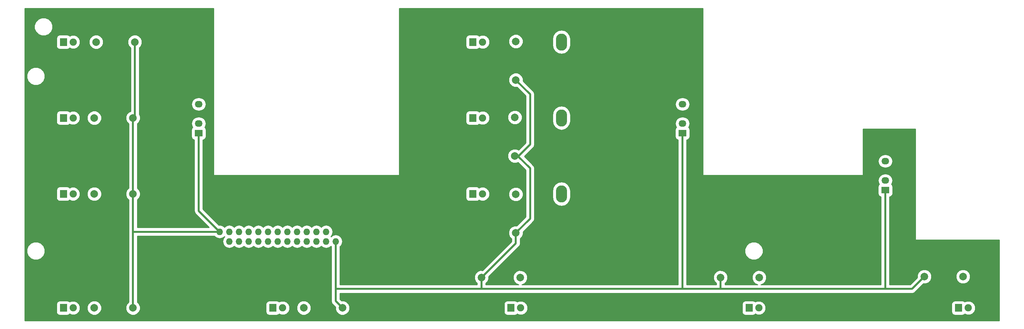
<source format=gbl>
G04 #@! TF.FileFunction,Copper,L2,Bot,Signal*
%FSLAX46Y46*%
G04 Gerber Fmt 4.6, Leading zero omitted, Abs format (unit mm)*
G04 Created by KiCad (PCBNEW no-vcs-found-product) date Mo 29 Aug 2016 16:25:23 CEST*
%MOMM*%
G01*
G04 APERTURE LIST*
%ADD10C,0.100000*%
%ADD11R,1.900000X2.000000*%
%ADD12C,1.900000*%
%ADD13C,1.998980*%
%ADD14O,2.900000X4.500000*%
%ADD15R,1.727200X1.727200*%
%ADD16O,1.727200X1.727200*%
%ADD17R,2.032000X1.727200*%
%ADD18O,2.032000X1.727200*%
%ADD19C,0.500000*%
%ADD20C,0.254000*%
G04 APERTURE END LIST*
D10*
D11*
X86250000Y-120000000D03*
D12*
X88790000Y-120000000D03*
D11*
X31250000Y-50000000D03*
D12*
X33790000Y-50000000D03*
D11*
X31250000Y-70000000D03*
D12*
X33790000Y-70000000D03*
D11*
X31250000Y-90000000D03*
D12*
X33790000Y-90000000D03*
D11*
X31250000Y-120000000D03*
D12*
X33790000Y-120000000D03*
D11*
X138750000Y-50000000D03*
D12*
X141290000Y-50000000D03*
D11*
X138750000Y-70000000D03*
D12*
X141290000Y-70000000D03*
D11*
X138750000Y-90000000D03*
D12*
X141290000Y-90000000D03*
D11*
X148750000Y-120000000D03*
D12*
X151290000Y-120000000D03*
D11*
X211250000Y-120000000D03*
D12*
X213790000Y-120000000D03*
D11*
X266250000Y-120000000D03*
D12*
X268790000Y-120000000D03*
D13*
X104500000Y-120000000D03*
X94340000Y-120000000D03*
X50000000Y-50000000D03*
X39840000Y-50000000D03*
X49500000Y-70000000D03*
X39340000Y-70000000D03*
X49500000Y-90000000D03*
X39340000Y-90000000D03*
X49500000Y-120000000D03*
X39340000Y-120000000D03*
X150000000Y-60000000D03*
X150000000Y-49840000D03*
X149750000Y-80000000D03*
X149750000Y-69840000D03*
X150000000Y-100250000D03*
X150000000Y-90090000D03*
X141000000Y-112000000D03*
X151160000Y-112000000D03*
X203750000Y-112000000D03*
X213910000Y-112000000D03*
X257250000Y-111750000D03*
X267410000Y-111750000D03*
D14*
X162000000Y-50000000D03*
X158000000Y-50000000D03*
X162000000Y-70000000D03*
X158000000Y-70000000D03*
X162000000Y-90000000D03*
X158000000Y-90000000D03*
D15*
X72250000Y-102500000D03*
D16*
X72250000Y-99960000D03*
X74790000Y-102500000D03*
X74790000Y-99960000D03*
X77330000Y-102500000D03*
X77330000Y-99960000D03*
X79870000Y-102500000D03*
X79870000Y-99960000D03*
X82410000Y-102500000D03*
X82410000Y-99960000D03*
X84950000Y-102500000D03*
X84950000Y-99960000D03*
X87490000Y-102500000D03*
X87490000Y-99960000D03*
X90030000Y-102500000D03*
X90030000Y-99960000D03*
X92570000Y-102500000D03*
X92570000Y-99960000D03*
X95110000Y-102500000D03*
X95110000Y-99960000D03*
X97650000Y-102500000D03*
X97650000Y-99960000D03*
X100190000Y-102500000D03*
X100190000Y-99960000D03*
X102730000Y-102500000D03*
X102730000Y-99960000D03*
D17*
X193750000Y-74000000D03*
D18*
X193750000Y-71460000D03*
X193750000Y-68920000D03*
X193750000Y-66380000D03*
D17*
X247000000Y-89000000D03*
D18*
X247000000Y-86460000D03*
X247000000Y-83920000D03*
X247000000Y-81380000D03*
D17*
X66750000Y-74000000D03*
D18*
X66750000Y-71460000D03*
X66750000Y-68920000D03*
X66750000Y-66380000D03*
D19*
X66750000Y-74000000D02*
X66750000Y-94460000D01*
X66750000Y-94460000D02*
X72250000Y-99960000D01*
X193750000Y-74000000D02*
X193750000Y-115000000D01*
X193750000Y-115000000D02*
X193750000Y-114750000D01*
X193750000Y-114750000D02*
X193750000Y-115000000D01*
X149750000Y-80000000D02*
X150750000Y-80000000D01*
X153750000Y-63750000D02*
X150000000Y-60000000D01*
X153750000Y-77000000D02*
X153750000Y-63750000D01*
X150750000Y-80000000D02*
X153750000Y-77000000D01*
X149750000Y-80000000D02*
X150500000Y-80000000D01*
X150500000Y-80000000D02*
X153750000Y-83250000D01*
X153750000Y-83250000D02*
X153750000Y-96500000D01*
X153750000Y-96500000D02*
X150000000Y-100250000D01*
X150000000Y-100250000D02*
X150000000Y-103000000D01*
X150000000Y-103000000D02*
X141000000Y-112000000D01*
X141000000Y-112000000D02*
X141000000Y-115000000D01*
X203750000Y-112000000D02*
X203750000Y-115000000D01*
X247000000Y-89000000D02*
X247000000Y-115000000D01*
X102730000Y-115000000D02*
X141000000Y-115000000D01*
X141000000Y-115000000D02*
X193750000Y-115000000D01*
X193750000Y-115000000D02*
X203750000Y-115000000D01*
X203750000Y-115000000D02*
X247000000Y-115000000D01*
X247000000Y-115000000D02*
X254000000Y-115000000D01*
X254000000Y-115000000D02*
X257250000Y-111750000D01*
X102730000Y-102500000D02*
X102730000Y-115000000D01*
X102730000Y-115000000D02*
X102730000Y-118230000D01*
X102730000Y-118230000D02*
X104500000Y-120000000D01*
X72250000Y-99960000D02*
X49500000Y-99960000D01*
X49500000Y-99960000D02*
X49500000Y-100000000D01*
X49500000Y-90000000D02*
X49500000Y-100000000D01*
X49500000Y-100000000D02*
X49500000Y-115000000D01*
X49500000Y-115000000D02*
X49500000Y-120000000D01*
X49500000Y-70000000D02*
X49500000Y-90000000D01*
X50000000Y-50000000D02*
X50000000Y-69500000D01*
X50000000Y-69500000D02*
X49500000Y-70000000D01*
D20*
G36*
X70623000Y-85000000D02*
X70633006Y-85049410D01*
X70661447Y-85091035D01*
X70703841Y-85118315D01*
X70750000Y-85127000D01*
X119250000Y-85127000D01*
X119299410Y-85116994D01*
X119341035Y-85088553D01*
X119368315Y-85046159D01*
X119377000Y-85000000D01*
X119377000Y-69000000D01*
X136893584Y-69000000D01*
X136893584Y-71000000D01*
X136955573Y-71329444D01*
X137150274Y-71632017D01*
X137447353Y-71835003D01*
X137800000Y-71906416D01*
X139700000Y-71906416D01*
X140029444Y-71844427D01*
X140332017Y-71649726D01*
X140361970Y-71605888D01*
X140922595Y-71838680D01*
X141654195Y-71839318D01*
X142330349Y-71559937D01*
X142848119Y-71043070D01*
X143128680Y-70367405D01*
X143128813Y-70213996D01*
X147861183Y-70213996D01*
X148148082Y-70908346D01*
X148678859Y-71440051D01*
X149372708Y-71728162D01*
X150123996Y-71728817D01*
X150818346Y-71441918D01*
X151350051Y-70911141D01*
X151638162Y-70217292D01*
X151638817Y-69466004D01*
X151351918Y-68771654D01*
X150821141Y-68239949D01*
X150127292Y-67951838D01*
X149376004Y-67951183D01*
X148681654Y-68238082D01*
X148149949Y-68768859D01*
X147861838Y-69462708D01*
X147861183Y-70213996D01*
X143128813Y-70213996D01*
X143129318Y-69635805D01*
X142849937Y-68959651D01*
X142333070Y-68441881D01*
X141657405Y-68161320D01*
X140925805Y-68160682D01*
X140365347Y-68392258D01*
X140349726Y-68367983D01*
X140052647Y-68164997D01*
X139700000Y-68093584D01*
X137800000Y-68093584D01*
X137470556Y-68155573D01*
X137167983Y-68350274D01*
X136964997Y-68647353D01*
X136893584Y-69000000D01*
X119377000Y-69000000D01*
X119377000Y-49000000D01*
X136893584Y-49000000D01*
X136893584Y-51000000D01*
X136955573Y-51329444D01*
X137150274Y-51632017D01*
X137447353Y-51835003D01*
X137800000Y-51906416D01*
X139700000Y-51906416D01*
X140029444Y-51844427D01*
X140332017Y-51649726D01*
X140361970Y-51605888D01*
X140922595Y-51838680D01*
X141654195Y-51839318D01*
X142330349Y-51559937D01*
X142848119Y-51043070D01*
X143128680Y-50367405D01*
X143128813Y-50213996D01*
X148111183Y-50213996D01*
X148398082Y-50908346D01*
X148928859Y-51440051D01*
X149622708Y-51728162D01*
X150373996Y-51728817D01*
X151068346Y-51441918D01*
X151600051Y-50911141D01*
X151888162Y-50217292D01*
X151888817Y-49466004D01*
X151753497Y-49138503D01*
X159661000Y-49138503D01*
X159661000Y-50861497D01*
X159839046Y-51756594D01*
X160346077Y-52515420D01*
X161104903Y-53022451D01*
X162000000Y-53200497D01*
X162895097Y-53022451D01*
X163653923Y-52515420D01*
X164160954Y-51756594D01*
X164339000Y-50861497D01*
X164339000Y-49138503D01*
X164160954Y-48243406D01*
X163653923Y-47484580D01*
X162895097Y-46977549D01*
X162000000Y-46799503D01*
X161104903Y-46977549D01*
X160346077Y-47484580D01*
X159839046Y-48243406D01*
X159661000Y-49138503D01*
X151753497Y-49138503D01*
X151601918Y-48771654D01*
X151071141Y-48239949D01*
X150377292Y-47951838D01*
X149626004Y-47951183D01*
X148931654Y-48238082D01*
X148399949Y-48768859D01*
X148111838Y-49462708D01*
X148111183Y-50213996D01*
X143128813Y-50213996D01*
X143129318Y-49635805D01*
X142849937Y-48959651D01*
X142333070Y-48441881D01*
X141657405Y-48161320D01*
X140925805Y-48160682D01*
X140365347Y-48392258D01*
X140349726Y-48367983D01*
X140052647Y-48164997D01*
X139700000Y-48093584D01*
X137800000Y-48093584D01*
X137470556Y-48155573D01*
X137167983Y-48350274D01*
X136964997Y-48647353D01*
X136893584Y-49000000D01*
X119377000Y-49000000D01*
X119377000Y-41127000D01*
X199123000Y-41127000D01*
X199123000Y-85000000D01*
X199133006Y-85049410D01*
X199161447Y-85091035D01*
X199203841Y-85118315D01*
X199250000Y-85127000D01*
X241000000Y-85127000D01*
X241049410Y-85116994D01*
X241091035Y-85088553D01*
X241118315Y-85046159D01*
X241127000Y-85000000D01*
X241127000Y-81380000D01*
X245057679Y-81380000D01*
X245191088Y-82050691D01*
X245571004Y-82619275D01*
X246139588Y-82999191D01*
X246810279Y-83132600D01*
X247189721Y-83132600D01*
X247860412Y-82999191D01*
X248428996Y-82619275D01*
X248808912Y-82050691D01*
X248942321Y-81380000D01*
X248808912Y-80709309D01*
X248428996Y-80140725D01*
X247860412Y-79760809D01*
X247189721Y-79627400D01*
X246810279Y-79627400D01*
X246139588Y-79760809D01*
X245571004Y-80140725D01*
X245191088Y-80709309D01*
X245057679Y-81380000D01*
X241127000Y-81380000D01*
X241127000Y-72877000D01*
X254873000Y-72877000D01*
X254873000Y-102000000D01*
X254883006Y-102049410D01*
X254911447Y-102091035D01*
X254953841Y-102118315D01*
X255000000Y-102127000D01*
X276873000Y-102127000D01*
X276873000Y-123373000D01*
X21127000Y-123373000D01*
X21127000Y-119000000D01*
X29393584Y-119000000D01*
X29393584Y-121000000D01*
X29455573Y-121329444D01*
X29650274Y-121632017D01*
X29947353Y-121835003D01*
X30300000Y-121906416D01*
X32200000Y-121906416D01*
X32529444Y-121844427D01*
X32832017Y-121649726D01*
X32861970Y-121605888D01*
X33422595Y-121838680D01*
X34154195Y-121839318D01*
X34830349Y-121559937D01*
X35348119Y-121043070D01*
X35625943Y-120373996D01*
X37451183Y-120373996D01*
X37738082Y-121068346D01*
X38268859Y-121600051D01*
X38962708Y-121888162D01*
X39713996Y-121888817D01*
X40408346Y-121601918D01*
X40940051Y-121071141D01*
X41228162Y-120377292D01*
X41228817Y-119626004D01*
X40941918Y-118931654D01*
X40411141Y-118399949D01*
X39717292Y-118111838D01*
X38966004Y-118111183D01*
X38271654Y-118398082D01*
X37739949Y-118928859D01*
X37451838Y-119622708D01*
X37451183Y-120373996D01*
X35625943Y-120373996D01*
X35628680Y-120367405D01*
X35629318Y-119635805D01*
X35349937Y-118959651D01*
X34833070Y-118441881D01*
X34157405Y-118161320D01*
X33425805Y-118160682D01*
X32865347Y-118392258D01*
X32849726Y-118367983D01*
X32552647Y-118164997D01*
X32200000Y-118093584D01*
X30300000Y-118093584D01*
X29970556Y-118155573D01*
X29667983Y-118350274D01*
X29464997Y-118647353D01*
X29393584Y-119000000D01*
X21127000Y-119000000D01*
X21127000Y-105473117D01*
X21610586Y-105473117D01*
X21973524Y-106351492D01*
X22644973Y-107024114D01*
X23522714Y-107388584D01*
X24473117Y-107389414D01*
X25351492Y-107026476D01*
X26024114Y-106355027D01*
X26388584Y-105477286D01*
X26389414Y-104526883D01*
X26026476Y-103648508D01*
X25355027Y-102975886D01*
X24477286Y-102611416D01*
X23526883Y-102610586D01*
X22648508Y-102973524D01*
X21975886Y-103644973D01*
X21611416Y-104522714D01*
X21610586Y-105473117D01*
X21127000Y-105473117D01*
X21127000Y-89000000D01*
X29393584Y-89000000D01*
X29393584Y-91000000D01*
X29455573Y-91329444D01*
X29650274Y-91632017D01*
X29947353Y-91835003D01*
X30300000Y-91906416D01*
X32200000Y-91906416D01*
X32529444Y-91844427D01*
X32832017Y-91649726D01*
X32861970Y-91605888D01*
X33422595Y-91838680D01*
X34154195Y-91839318D01*
X34830349Y-91559937D01*
X35348119Y-91043070D01*
X35625943Y-90373996D01*
X37451183Y-90373996D01*
X37738082Y-91068346D01*
X38268859Y-91600051D01*
X38962708Y-91888162D01*
X39713996Y-91888817D01*
X40408346Y-91601918D01*
X40940051Y-91071141D01*
X41228162Y-90377292D01*
X41228817Y-89626004D01*
X40941918Y-88931654D01*
X40411141Y-88399949D01*
X39717292Y-88111838D01*
X38966004Y-88111183D01*
X38271654Y-88398082D01*
X37739949Y-88928859D01*
X37451838Y-89622708D01*
X37451183Y-90373996D01*
X35625943Y-90373996D01*
X35628680Y-90367405D01*
X35629318Y-89635805D01*
X35349937Y-88959651D01*
X34833070Y-88441881D01*
X34157405Y-88161320D01*
X33425805Y-88160682D01*
X32865347Y-88392258D01*
X32849726Y-88367983D01*
X32552647Y-88164997D01*
X32200000Y-88093584D01*
X30300000Y-88093584D01*
X29970556Y-88155573D01*
X29667983Y-88350274D01*
X29464997Y-88647353D01*
X29393584Y-89000000D01*
X21127000Y-89000000D01*
X21127000Y-69000000D01*
X29393584Y-69000000D01*
X29393584Y-71000000D01*
X29455573Y-71329444D01*
X29650274Y-71632017D01*
X29947353Y-71835003D01*
X30300000Y-71906416D01*
X32200000Y-71906416D01*
X32529444Y-71844427D01*
X32832017Y-71649726D01*
X32861970Y-71605888D01*
X33422595Y-71838680D01*
X34154195Y-71839318D01*
X34830349Y-71559937D01*
X35348119Y-71043070D01*
X35625943Y-70373996D01*
X37451183Y-70373996D01*
X37738082Y-71068346D01*
X38268859Y-71600051D01*
X38962708Y-71888162D01*
X39713996Y-71888817D01*
X40408346Y-71601918D01*
X40940051Y-71071141D01*
X41228162Y-70377292D01*
X41228164Y-70373996D01*
X47611183Y-70373996D01*
X47898082Y-71068346D01*
X48361000Y-71532073D01*
X48361000Y-88468613D01*
X47899949Y-88928859D01*
X47611838Y-89622708D01*
X47611183Y-90373996D01*
X47898082Y-91068346D01*
X48361000Y-91532073D01*
X48361000Y-118468613D01*
X47899949Y-118928859D01*
X47611838Y-119622708D01*
X47611183Y-120373996D01*
X47898082Y-121068346D01*
X48428859Y-121600051D01*
X49122708Y-121888162D01*
X49873996Y-121888817D01*
X50568346Y-121601918D01*
X51100051Y-121071141D01*
X51388162Y-120377292D01*
X51388817Y-119626004D01*
X51130158Y-119000000D01*
X84393584Y-119000000D01*
X84393584Y-121000000D01*
X84455573Y-121329444D01*
X84650274Y-121632017D01*
X84947353Y-121835003D01*
X85300000Y-121906416D01*
X87200000Y-121906416D01*
X87529444Y-121844427D01*
X87832017Y-121649726D01*
X87861970Y-121605888D01*
X88422595Y-121838680D01*
X89154195Y-121839318D01*
X89830349Y-121559937D01*
X90348119Y-121043070D01*
X90625943Y-120373996D01*
X92451183Y-120373996D01*
X92738082Y-121068346D01*
X93268859Y-121600051D01*
X93962708Y-121888162D01*
X94713996Y-121888817D01*
X95408346Y-121601918D01*
X95940051Y-121071141D01*
X96228162Y-120377292D01*
X96228817Y-119626004D01*
X95941918Y-118931654D01*
X95411141Y-118399949D01*
X94717292Y-118111838D01*
X93966004Y-118111183D01*
X93271654Y-118398082D01*
X92739949Y-118928859D01*
X92451838Y-119622708D01*
X92451183Y-120373996D01*
X90625943Y-120373996D01*
X90628680Y-120367405D01*
X90629318Y-119635805D01*
X90349937Y-118959651D01*
X89833070Y-118441881D01*
X89157405Y-118161320D01*
X88425805Y-118160682D01*
X87865347Y-118392258D01*
X87849726Y-118367983D01*
X87552647Y-118164997D01*
X87200000Y-118093584D01*
X85300000Y-118093584D01*
X84970556Y-118155573D01*
X84667983Y-118350274D01*
X84464997Y-118647353D01*
X84393584Y-119000000D01*
X51130158Y-119000000D01*
X51101918Y-118931654D01*
X50639000Y-118467927D01*
X50639000Y-101099000D01*
X70920781Y-101099000D01*
X71010725Y-101233610D01*
X71579309Y-101613526D01*
X72250000Y-101746935D01*
X72920691Y-101613526D01*
X73489275Y-101233610D01*
X73520000Y-101187627D01*
X73548313Y-101230000D01*
X73170809Y-101794974D01*
X73037400Y-102465665D01*
X73037400Y-102534335D01*
X73170809Y-103205026D01*
X73550725Y-103773610D01*
X74119309Y-104153526D01*
X74790000Y-104286935D01*
X75460691Y-104153526D01*
X76029275Y-103773610D01*
X76060000Y-103727627D01*
X76090725Y-103773610D01*
X76659309Y-104153526D01*
X77330000Y-104286935D01*
X78000691Y-104153526D01*
X78569275Y-103773610D01*
X78600000Y-103727627D01*
X78630725Y-103773610D01*
X79199309Y-104153526D01*
X79870000Y-104286935D01*
X80540691Y-104153526D01*
X81109275Y-103773610D01*
X81140000Y-103727627D01*
X81170725Y-103773610D01*
X81739309Y-104153526D01*
X82410000Y-104286935D01*
X83080691Y-104153526D01*
X83649275Y-103773610D01*
X83680000Y-103727627D01*
X83710725Y-103773610D01*
X84279309Y-104153526D01*
X84950000Y-104286935D01*
X85620691Y-104153526D01*
X86189275Y-103773610D01*
X86220000Y-103727627D01*
X86250725Y-103773610D01*
X86819309Y-104153526D01*
X87490000Y-104286935D01*
X88160691Y-104153526D01*
X88729275Y-103773610D01*
X88760000Y-103727627D01*
X88790725Y-103773610D01*
X89359309Y-104153526D01*
X90030000Y-104286935D01*
X90700691Y-104153526D01*
X91269275Y-103773610D01*
X91300000Y-103727627D01*
X91330725Y-103773610D01*
X91899309Y-104153526D01*
X92570000Y-104286935D01*
X93240691Y-104153526D01*
X93809275Y-103773610D01*
X93840000Y-103727627D01*
X93870725Y-103773610D01*
X94439309Y-104153526D01*
X95110000Y-104286935D01*
X95780691Y-104153526D01*
X96349275Y-103773610D01*
X96380000Y-103727627D01*
X96410725Y-103773610D01*
X96979309Y-104153526D01*
X97650000Y-104286935D01*
X98320691Y-104153526D01*
X98889275Y-103773610D01*
X98920000Y-103727627D01*
X98950725Y-103773610D01*
X99519309Y-104153526D01*
X100190000Y-104286935D01*
X100860691Y-104153526D01*
X101429275Y-103773610D01*
X101460000Y-103727627D01*
X101490725Y-103773610D01*
X101591000Y-103840612D01*
X101591000Y-118229995D01*
X101590999Y-118230000D01*
X101677701Y-118665877D01*
X101924605Y-119035395D01*
X102611751Y-119722541D01*
X102611183Y-120373996D01*
X102898082Y-121068346D01*
X103428859Y-121600051D01*
X104122708Y-121888162D01*
X104873996Y-121888817D01*
X105568346Y-121601918D01*
X106100051Y-121071141D01*
X106388162Y-120377292D01*
X106388817Y-119626004D01*
X106130158Y-119000000D01*
X146893584Y-119000000D01*
X146893584Y-121000000D01*
X146955573Y-121329444D01*
X147150274Y-121632017D01*
X147447353Y-121835003D01*
X147800000Y-121906416D01*
X149700000Y-121906416D01*
X150029444Y-121844427D01*
X150332017Y-121649726D01*
X150361970Y-121605888D01*
X150922595Y-121838680D01*
X151654195Y-121839318D01*
X152330349Y-121559937D01*
X152848119Y-121043070D01*
X153128680Y-120367405D01*
X153129318Y-119635805D01*
X152866609Y-119000000D01*
X209393584Y-119000000D01*
X209393584Y-121000000D01*
X209455573Y-121329444D01*
X209650274Y-121632017D01*
X209947353Y-121835003D01*
X210300000Y-121906416D01*
X212200000Y-121906416D01*
X212529444Y-121844427D01*
X212832017Y-121649726D01*
X212861970Y-121605888D01*
X213422595Y-121838680D01*
X214154195Y-121839318D01*
X214830349Y-121559937D01*
X215348119Y-121043070D01*
X215628680Y-120367405D01*
X215629318Y-119635805D01*
X215366609Y-119000000D01*
X264393584Y-119000000D01*
X264393584Y-121000000D01*
X264455573Y-121329444D01*
X264650274Y-121632017D01*
X264947353Y-121835003D01*
X265300000Y-121906416D01*
X267200000Y-121906416D01*
X267529444Y-121844427D01*
X267832017Y-121649726D01*
X267861970Y-121605888D01*
X268422595Y-121838680D01*
X269154195Y-121839318D01*
X269830349Y-121559937D01*
X270348119Y-121043070D01*
X270628680Y-120367405D01*
X270629318Y-119635805D01*
X270349937Y-118959651D01*
X269833070Y-118441881D01*
X269157405Y-118161320D01*
X268425805Y-118160682D01*
X267865347Y-118392258D01*
X267849726Y-118367983D01*
X267552647Y-118164997D01*
X267200000Y-118093584D01*
X265300000Y-118093584D01*
X264970556Y-118155573D01*
X264667983Y-118350274D01*
X264464997Y-118647353D01*
X264393584Y-119000000D01*
X215366609Y-119000000D01*
X215349937Y-118959651D01*
X214833070Y-118441881D01*
X214157405Y-118161320D01*
X213425805Y-118160682D01*
X212865347Y-118392258D01*
X212849726Y-118367983D01*
X212552647Y-118164997D01*
X212200000Y-118093584D01*
X210300000Y-118093584D01*
X209970556Y-118155573D01*
X209667983Y-118350274D01*
X209464997Y-118647353D01*
X209393584Y-119000000D01*
X152866609Y-119000000D01*
X152849937Y-118959651D01*
X152333070Y-118441881D01*
X151657405Y-118161320D01*
X150925805Y-118160682D01*
X150365347Y-118392258D01*
X150349726Y-118367983D01*
X150052647Y-118164997D01*
X149700000Y-118093584D01*
X147800000Y-118093584D01*
X147470556Y-118155573D01*
X147167983Y-118350274D01*
X146964997Y-118647353D01*
X146893584Y-119000000D01*
X106130158Y-119000000D01*
X106101918Y-118931654D01*
X105571141Y-118399949D01*
X104877292Y-118111838D01*
X104222057Y-118111267D01*
X103869000Y-117758210D01*
X103869000Y-116139000D01*
X253999995Y-116139000D01*
X254000000Y-116139001D01*
X254435877Y-116052299D01*
X254805395Y-115805395D01*
X256972541Y-113638249D01*
X257623996Y-113638817D01*
X258318346Y-113351918D01*
X258850051Y-112821141D01*
X259138162Y-112127292D01*
X259138164Y-112123996D01*
X265521183Y-112123996D01*
X265808082Y-112818346D01*
X266338859Y-113350051D01*
X267032708Y-113638162D01*
X267783996Y-113638817D01*
X268478346Y-113351918D01*
X269010051Y-112821141D01*
X269298162Y-112127292D01*
X269298817Y-111376004D01*
X269011918Y-110681654D01*
X268481141Y-110149949D01*
X267787292Y-109861838D01*
X267036004Y-109861183D01*
X266341654Y-110148082D01*
X265809949Y-110678859D01*
X265521838Y-111372708D01*
X265521183Y-112123996D01*
X259138164Y-112123996D01*
X259138817Y-111376004D01*
X258851918Y-110681654D01*
X258321141Y-110149949D01*
X257627292Y-109861838D01*
X256876004Y-109861183D01*
X256181654Y-110148082D01*
X255649949Y-110678859D01*
X255361838Y-111372708D01*
X255361267Y-112027943D01*
X253528210Y-113861000D01*
X248139000Y-113861000D01*
X248139000Y-90746872D01*
X248345444Y-90708027D01*
X248648017Y-90513326D01*
X248851003Y-90216247D01*
X248922416Y-89863600D01*
X248922416Y-88136400D01*
X248860427Y-87806956D01*
X248665726Y-87504383D01*
X248592603Y-87454420D01*
X248808912Y-87130691D01*
X248942321Y-86460000D01*
X248808912Y-85789309D01*
X248428996Y-85220725D01*
X247860412Y-84840809D01*
X247189721Y-84707400D01*
X246810279Y-84707400D01*
X246139588Y-84840809D01*
X245571004Y-85220725D01*
X245191088Y-85789309D01*
X245057679Y-86460000D01*
X245191088Y-87130691D01*
X245405806Y-87452039D01*
X245351983Y-87486674D01*
X245148997Y-87783753D01*
X245077584Y-88136400D01*
X245077584Y-89863600D01*
X245139573Y-90193044D01*
X245334274Y-90495617D01*
X245631353Y-90698603D01*
X245861000Y-90745108D01*
X245861000Y-113861000D01*
X214351318Y-113861000D01*
X214978346Y-113601918D01*
X215510051Y-113071141D01*
X215798162Y-112377292D01*
X215798817Y-111626004D01*
X215511918Y-110931654D01*
X214981141Y-110399949D01*
X214287292Y-110111838D01*
X213536004Y-110111183D01*
X212841654Y-110398082D01*
X212309949Y-110928859D01*
X212021838Y-111622708D01*
X212021183Y-112373996D01*
X212308082Y-113068346D01*
X212838859Y-113600051D01*
X213467295Y-113861000D01*
X204889000Y-113861000D01*
X204889000Y-113531387D01*
X205350051Y-113071141D01*
X205638162Y-112377292D01*
X205638817Y-111626004D01*
X205351918Y-110931654D01*
X204821141Y-110399949D01*
X204127292Y-110111838D01*
X203376004Y-110111183D01*
X202681654Y-110398082D01*
X202149949Y-110928859D01*
X201861838Y-111622708D01*
X201861183Y-112373996D01*
X202148082Y-113068346D01*
X202611000Y-113532073D01*
X202611000Y-113861000D01*
X194889000Y-113861000D01*
X194889000Y-105473117D01*
X210110586Y-105473117D01*
X210473524Y-106351492D01*
X211144973Y-107024114D01*
X212022714Y-107388584D01*
X212973117Y-107389414D01*
X213851492Y-107026476D01*
X214524114Y-106355027D01*
X214888584Y-105477286D01*
X214889414Y-104526883D01*
X214526476Y-103648508D01*
X213855027Y-102975886D01*
X212977286Y-102611416D01*
X212026883Y-102610586D01*
X211148508Y-102973524D01*
X210475886Y-103644973D01*
X210111416Y-104522714D01*
X210110586Y-105473117D01*
X194889000Y-105473117D01*
X194889000Y-75746872D01*
X195095444Y-75708027D01*
X195398017Y-75513326D01*
X195601003Y-75216247D01*
X195672416Y-74863600D01*
X195672416Y-73136400D01*
X195610427Y-72806956D01*
X195415726Y-72504383D01*
X195342603Y-72454420D01*
X195558912Y-72130691D01*
X195692321Y-71460000D01*
X195558912Y-70789309D01*
X195178996Y-70220725D01*
X194610412Y-69840809D01*
X193939721Y-69707400D01*
X193560279Y-69707400D01*
X192889588Y-69840809D01*
X192321004Y-70220725D01*
X191941088Y-70789309D01*
X191807679Y-71460000D01*
X191941088Y-72130691D01*
X192155806Y-72452039D01*
X192101983Y-72486674D01*
X191898997Y-72783753D01*
X191827584Y-73136400D01*
X191827584Y-74863600D01*
X191889573Y-75193044D01*
X192084274Y-75495617D01*
X192381353Y-75698603D01*
X192611000Y-75745108D01*
X192611000Y-113861000D01*
X151601318Y-113861000D01*
X152228346Y-113601918D01*
X152760051Y-113071141D01*
X153048162Y-112377292D01*
X153048817Y-111626004D01*
X152761918Y-110931654D01*
X152231141Y-110399949D01*
X151537292Y-110111838D01*
X150786004Y-110111183D01*
X150091654Y-110398082D01*
X149559949Y-110928859D01*
X149271838Y-111622708D01*
X149271183Y-112373996D01*
X149558082Y-113068346D01*
X150088859Y-113600051D01*
X150717295Y-113861000D01*
X142139000Y-113861000D01*
X142139000Y-113531387D01*
X142600051Y-113071141D01*
X142888162Y-112377292D01*
X142888733Y-111722057D01*
X150805395Y-103805395D01*
X151052299Y-103435877D01*
X151139000Y-103000000D01*
X151139000Y-101781387D01*
X151600051Y-101321141D01*
X151888162Y-100627292D01*
X151888733Y-99972057D01*
X154555395Y-97305395D01*
X154802299Y-96935877D01*
X154889001Y-96500000D01*
X154889000Y-96499995D01*
X154889000Y-89138503D01*
X159661000Y-89138503D01*
X159661000Y-90861497D01*
X159839046Y-91756594D01*
X160346077Y-92515420D01*
X161104903Y-93022451D01*
X162000000Y-93200497D01*
X162895097Y-93022451D01*
X163653923Y-92515420D01*
X164160954Y-91756594D01*
X164339000Y-90861497D01*
X164339000Y-89138503D01*
X164160954Y-88243406D01*
X163653923Y-87484580D01*
X162895097Y-86977549D01*
X162000000Y-86799503D01*
X161104903Y-86977549D01*
X160346077Y-87484580D01*
X159839046Y-88243406D01*
X159661000Y-89138503D01*
X154889000Y-89138503D01*
X154889000Y-83250000D01*
X154802299Y-82814124D01*
X154802299Y-82814123D01*
X154555395Y-82444605D01*
X152235790Y-80125000D01*
X154555392Y-77805397D01*
X154555395Y-77805395D01*
X154802299Y-77435877D01*
X154889001Y-77000000D01*
X154889000Y-76999995D01*
X154889000Y-69138503D01*
X159661000Y-69138503D01*
X159661000Y-70861497D01*
X159839046Y-71756594D01*
X160346077Y-72515420D01*
X161104903Y-73022451D01*
X162000000Y-73200497D01*
X162895097Y-73022451D01*
X163653923Y-72515420D01*
X164160954Y-71756594D01*
X164339000Y-70861497D01*
X164339000Y-69138503D01*
X164160954Y-68243406D01*
X163653923Y-67484580D01*
X162895097Y-66977549D01*
X162000000Y-66799503D01*
X161104903Y-66977549D01*
X160346077Y-67484580D01*
X159839046Y-68243406D01*
X159661000Y-69138503D01*
X154889000Y-69138503D01*
X154889000Y-66380000D01*
X191807679Y-66380000D01*
X191941088Y-67050691D01*
X192321004Y-67619275D01*
X192889588Y-67999191D01*
X193560279Y-68132600D01*
X193939721Y-68132600D01*
X194610412Y-67999191D01*
X195178996Y-67619275D01*
X195558912Y-67050691D01*
X195692321Y-66380000D01*
X195558912Y-65709309D01*
X195178996Y-65140725D01*
X194610412Y-64760809D01*
X193939721Y-64627400D01*
X193560279Y-64627400D01*
X192889588Y-64760809D01*
X192321004Y-65140725D01*
X191941088Y-65709309D01*
X191807679Y-66380000D01*
X154889000Y-66380000D01*
X154889000Y-63750005D01*
X154889001Y-63750000D01*
X154802299Y-63314123D01*
X154555395Y-62944605D01*
X151888249Y-60277459D01*
X151888817Y-59626004D01*
X151601918Y-58931654D01*
X151071141Y-58399949D01*
X150377292Y-58111838D01*
X149626004Y-58111183D01*
X148931654Y-58398082D01*
X148399949Y-58928859D01*
X148111838Y-59622708D01*
X148111183Y-60373996D01*
X148398082Y-61068346D01*
X148928859Y-61600051D01*
X149622708Y-61888162D01*
X150277943Y-61888733D01*
X152611000Y-64221790D01*
X152611000Y-76528211D01*
X150763285Y-78375925D01*
X150127292Y-78111838D01*
X149376004Y-78111183D01*
X148681654Y-78398082D01*
X148149949Y-78928859D01*
X147861838Y-79622708D01*
X147861183Y-80373996D01*
X148148082Y-81068346D01*
X148678859Y-81600051D01*
X149372708Y-81888162D01*
X150123996Y-81888817D01*
X150586800Y-81697590D01*
X152611000Y-83721790D01*
X152611000Y-96028210D01*
X150277459Y-98361751D01*
X149626004Y-98361183D01*
X148931654Y-98648082D01*
X148399949Y-99178859D01*
X148111838Y-99872708D01*
X148111183Y-100623996D01*
X148398082Y-101318346D01*
X148861000Y-101782073D01*
X148861000Y-102528210D01*
X141277459Y-110111751D01*
X140626004Y-110111183D01*
X139931654Y-110398082D01*
X139399949Y-110928859D01*
X139111838Y-111622708D01*
X139111183Y-112373996D01*
X139398082Y-113068346D01*
X139861000Y-113532073D01*
X139861000Y-113861000D01*
X103869000Y-113861000D01*
X103869000Y-103840612D01*
X103969275Y-103773610D01*
X104349191Y-103205026D01*
X104482600Y-102534335D01*
X104482600Y-102465665D01*
X104349191Y-101794974D01*
X103969275Y-101226390D01*
X103400691Y-100846474D01*
X102730000Y-100713065D01*
X102059309Y-100846474D01*
X101490725Y-101226390D01*
X101460000Y-101272373D01*
X101431687Y-101230000D01*
X101809191Y-100665026D01*
X101942600Y-99994335D01*
X101942600Y-99925665D01*
X101809191Y-99254974D01*
X101429275Y-98686390D01*
X100860691Y-98306474D01*
X100190000Y-98173065D01*
X99519309Y-98306474D01*
X98950725Y-98686390D01*
X98920000Y-98732373D01*
X98889275Y-98686390D01*
X98320691Y-98306474D01*
X97650000Y-98173065D01*
X96979309Y-98306474D01*
X96410725Y-98686390D01*
X96380000Y-98732373D01*
X96349275Y-98686390D01*
X95780691Y-98306474D01*
X95110000Y-98173065D01*
X94439309Y-98306474D01*
X93870725Y-98686390D01*
X93840000Y-98732373D01*
X93809275Y-98686390D01*
X93240691Y-98306474D01*
X92570000Y-98173065D01*
X91899309Y-98306474D01*
X91330725Y-98686390D01*
X91300000Y-98732373D01*
X91269275Y-98686390D01*
X90700691Y-98306474D01*
X90030000Y-98173065D01*
X89359309Y-98306474D01*
X88790725Y-98686390D01*
X88760000Y-98732373D01*
X88729275Y-98686390D01*
X88160691Y-98306474D01*
X87490000Y-98173065D01*
X86819309Y-98306474D01*
X86250725Y-98686390D01*
X86220000Y-98732373D01*
X86189275Y-98686390D01*
X85620691Y-98306474D01*
X84950000Y-98173065D01*
X84279309Y-98306474D01*
X83710725Y-98686390D01*
X83680000Y-98732373D01*
X83649275Y-98686390D01*
X83080691Y-98306474D01*
X82410000Y-98173065D01*
X81739309Y-98306474D01*
X81170725Y-98686390D01*
X81140000Y-98732373D01*
X81109275Y-98686390D01*
X80540691Y-98306474D01*
X79870000Y-98173065D01*
X79199309Y-98306474D01*
X78630725Y-98686390D01*
X78600000Y-98732373D01*
X78569275Y-98686390D01*
X78000691Y-98306474D01*
X77330000Y-98173065D01*
X76659309Y-98306474D01*
X76090725Y-98686390D01*
X76060000Y-98732373D01*
X76029275Y-98686390D01*
X75460691Y-98306474D01*
X74790000Y-98173065D01*
X74119309Y-98306474D01*
X73550725Y-98686390D01*
X73520000Y-98732373D01*
X73489275Y-98686390D01*
X72920691Y-98306474D01*
X72250000Y-98173065D01*
X72103079Y-98202290D01*
X67889000Y-93988210D01*
X67889000Y-89000000D01*
X136893584Y-89000000D01*
X136893584Y-91000000D01*
X136955573Y-91329444D01*
X137150274Y-91632017D01*
X137447353Y-91835003D01*
X137800000Y-91906416D01*
X139700000Y-91906416D01*
X140029444Y-91844427D01*
X140332017Y-91649726D01*
X140361970Y-91605888D01*
X140922595Y-91838680D01*
X141654195Y-91839318D01*
X142330349Y-91559937D01*
X142848119Y-91043070D01*
X143088571Y-90463996D01*
X148111183Y-90463996D01*
X148398082Y-91158346D01*
X148928859Y-91690051D01*
X149622708Y-91978162D01*
X150373996Y-91978817D01*
X151068346Y-91691918D01*
X151600051Y-91161141D01*
X151888162Y-90467292D01*
X151888817Y-89716004D01*
X151601918Y-89021654D01*
X151071141Y-88489949D01*
X150377292Y-88201838D01*
X149626004Y-88201183D01*
X148931654Y-88488082D01*
X148399949Y-89018859D01*
X148111838Y-89712708D01*
X148111183Y-90463996D01*
X143088571Y-90463996D01*
X143128680Y-90367405D01*
X143129318Y-89635805D01*
X142849937Y-88959651D01*
X142333070Y-88441881D01*
X141657405Y-88161320D01*
X140925805Y-88160682D01*
X140365347Y-88392258D01*
X140349726Y-88367983D01*
X140052647Y-88164997D01*
X139700000Y-88093584D01*
X137800000Y-88093584D01*
X137470556Y-88155573D01*
X137167983Y-88350274D01*
X136964997Y-88647353D01*
X136893584Y-89000000D01*
X67889000Y-89000000D01*
X67889000Y-75746872D01*
X68095444Y-75708027D01*
X68398017Y-75513326D01*
X68601003Y-75216247D01*
X68672416Y-74863600D01*
X68672416Y-73136400D01*
X68610427Y-72806956D01*
X68415726Y-72504383D01*
X68342603Y-72454420D01*
X68558912Y-72130691D01*
X68692321Y-71460000D01*
X68558912Y-70789309D01*
X68178996Y-70220725D01*
X67610412Y-69840809D01*
X66939721Y-69707400D01*
X66560279Y-69707400D01*
X65889588Y-69840809D01*
X65321004Y-70220725D01*
X64941088Y-70789309D01*
X64807679Y-71460000D01*
X64941088Y-72130691D01*
X65155806Y-72452039D01*
X65101983Y-72486674D01*
X64898997Y-72783753D01*
X64827584Y-73136400D01*
X64827584Y-74863600D01*
X64889573Y-75193044D01*
X65084274Y-75495617D01*
X65381353Y-75698603D01*
X65611000Y-75745108D01*
X65611000Y-94459995D01*
X65610999Y-94460000D01*
X65697701Y-94895877D01*
X65944605Y-95265395D01*
X69500211Y-98821000D01*
X50639000Y-98821000D01*
X50639000Y-91531387D01*
X51100051Y-91071141D01*
X51388162Y-90377292D01*
X51388817Y-89626004D01*
X51101918Y-88931654D01*
X50639000Y-88467927D01*
X50639000Y-71531387D01*
X51100051Y-71071141D01*
X51388162Y-70377292D01*
X51388817Y-69626004D01*
X51139000Y-69021399D01*
X51139000Y-66380000D01*
X64807679Y-66380000D01*
X64941088Y-67050691D01*
X65321004Y-67619275D01*
X65889588Y-67999191D01*
X66560279Y-68132600D01*
X66939721Y-68132600D01*
X67610412Y-67999191D01*
X68178996Y-67619275D01*
X68558912Y-67050691D01*
X68692321Y-66380000D01*
X68558912Y-65709309D01*
X68178996Y-65140725D01*
X67610412Y-64760809D01*
X66939721Y-64627400D01*
X66560279Y-64627400D01*
X65889588Y-64760809D01*
X65321004Y-65140725D01*
X64941088Y-65709309D01*
X64807679Y-66380000D01*
X51139000Y-66380000D01*
X51139000Y-51531387D01*
X51600051Y-51071141D01*
X51888162Y-50377292D01*
X51888817Y-49626004D01*
X51601918Y-48931654D01*
X51071141Y-48399949D01*
X50377292Y-48111838D01*
X49626004Y-48111183D01*
X48931654Y-48398082D01*
X48399949Y-48928859D01*
X48111838Y-49622708D01*
X48111183Y-50373996D01*
X48398082Y-51068346D01*
X48861000Y-51532073D01*
X48861000Y-68220680D01*
X48431654Y-68398082D01*
X47899949Y-68928859D01*
X47611838Y-69622708D01*
X47611183Y-70373996D01*
X41228164Y-70373996D01*
X41228817Y-69626004D01*
X40941918Y-68931654D01*
X40411141Y-68399949D01*
X39717292Y-68111838D01*
X38966004Y-68111183D01*
X38271654Y-68398082D01*
X37739949Y-68928859D01*
X37451838Y-69622708D01*
X37451183Y-70373996D01*
X35625943Y-70373996D01*
X35628680Y-70367405D01*
X35629318Y-69635805D01*
X35349937Y-68959651D01*
X34833070Y-68441881D01*
X34157405Y-68161320D01*
X33425805Y-68160682D01*
X32865347Y-68392258D01*
X32849726Y-68367983D01*
X32552647Y-68164997D01*
X32200000Y-68093584D01*
X30300000Y-68093584D01*
X29970556Y-68155573D01*
X29667983Y-68350274D01*
X29464997Y-68647353D01*
X29393584Y-69000000D01*
X21127000Y-69000000D01*
X21127000Y-59473117D01*
X21610586Y-59473117D01*
X21973524Y-60351492D01*
X22644973Y-61024114D01*
X23522714Y-61388584D01*
X24473117Y-61389414D01*
X25351492Y-61026476D01*
X26024114Y-60355027D01*
X26388584Y-59477286D01*
X26389414Y-58526883D01*
X26026476Y-57648508D01*
X25355027Y-56975886D01*
X24477286Y-56611416D01*
X23526883Y-56610586D01*
X22648508Y-56973524D01*
X21975886Y-57644973D01*
X21611416Y-58522714D01*
X21610586Y-59473117D01*
X21127000Y-59473117D01*
X21127000Y-49000000D01*
X29393584Y-49000000D01*
X29393584Y-51000000D01*
X29455573Y-51329444D01*
X29650274Y-51632017D01*
X29947353Y-51835003D01*
X30300000Y-51906416D01*
X32200000Y-51906416D01*
X32529444Y-51844427D01*
X32832017Y-51649726D01*
X32861970Y-51605888D01*
X33422595Y-51838680D01*
X34154195Y-51839318D01*
X34830349Y-51559937D01*
X35348119Y-51043070D01*
X35625943Y-50373996D01*
X37951183Y-50373996D01*
X38238082Y-51068346D01*
X38768859Y-51600051D01*
X39462708Y-51888162D01*
X40213996Y-51888817D01*
X40908346Y-51601918D01*
X41440051Y-51071141D01*
X41728162Y-50377292D01*
X41728817Y-49626004D01*
X41441918Y-48931654D01*
X40911141Y-48399949D01*
X40217292Y-48111838D01*
X39466004Y-48111183D01*
X38771654Y-48398082D01*
X38239949Y-48928859D01*
X37951838Y-49622708D01*
X37951183Y-50373996D01*
X35625943Y-50373996D01*
X35628680Y-50367405D01*
X35629318Y-49635805D01*
X35349937Y-48959651D01*
X34833070Y-48441881D01*
X34157405Y-48161320D01*
X33425805Y-48160682D01*
X32865347Y-48392258D01*
X32849726Y-48367983D01*
X32552647Y-48164997D01*
X32200000Y-48093584D01*
X30300000Y-48093584D01*
X29970556Y-48155573D01*
X29667983Y-48350274D01*
X29464997Y-48647353D01*
X29393584Y-49000000D01*
X21127000Y-49000000D01*
X21127000Y-46473117D01*
X23610586Y-46473117D01*
X23973524Y-47351492D01*
X24644973Y-48024114D01*
X25522714Y-48388584D01*
X26473117Y-48389414D01*
X27351492Y-48026476D01*
X28024114Y-47355027D01*
X28388584Y-46477286D01*
X28389414Y-45526883D01*
X28026476Y-44648508D01*
X27355027Y-43975886D01*
X26477286Y-43611416D01*
X25526883Y-43610586D01*
X24648508Y-43973524D01*
X23975886Y-44644973D01*
X23611416Y-45522714D01*
X23610586Y-46473117D01*
X21127000Y-46473117D01*
X21127000Y-41127000D01*
X70623000Y-41127000D01*
X70623000Y-85000000D01*
X70623000Y-85000000D01*
G37*
X70623000Y-85000000D02*
X70633006Y-85049410D01*
X70661447Y-85091035D01*
X70703841Y-85118315D01*
X70750000Y-85127000D01*
X119250000Y-85127000D01*
X119299410Y-85116994D01*
X119341035Y-85088553D01*
X119368315Y-85046159D01*
X119377000Y-85000000D01*
X119377000Y-69000000D01*
X136893584Y-69000000D01*
X136893584Y-71000000D01*
X136955573Y-71329444D01*
X137150274Y-71632017D01*
X137447353Y-71835003D01*
X137800000Y-71906416D01*
X139700000Y-71906416D01*
X140029444Y-71844427D01*
X140332017Y-71649726D01*
X140361970Y-71605888D01*
X140922595Y-71838680D01*
X141654195Y-71839318D01*
X142330349Y-71559937D01*
X142848119Y-71043070D01*
X143128680Y-70367405D01*
X143128813Y-70213996D01*
X147861183Y-70213996D01*
X148148082Y-70908346D01*
X148678859Y-71440051D01*
X149372708Y-71728162D01*
X150123996Y-71728817D01*
X150818346Y-71441918D01*
X151350051Y-70911141D01*
X151638162Y-70217292D01*
X151638817Y-69466004D01*
X151351918Y-68771654D01*
X150821141Y-68239949D01*
X150127292Y-67951838D01*
X149376004Y-67951183D01*
X148681654Y-68238082D01*
X148149949Y-68768859D01*
X147861838Y-69462708D01*
X147861183Y-70213996D01*
X143128813Y-70213996D01*
X143129318Y-69635805D01*
X142849937Y-68959651D01*
X142333070Y-68441881D01*
X141657405Y-68161320D01*
X140925805Y-68160682D01*
X140365347Y-68392258D01*
X140349726Y-68367983D01*
X140052647Y-68164997D01*
X139700000Y-68093584D01*
X137800000Y-68093584D01*
X137470556Y-68155573D01*
X137167983Y-68350274D01*
X136964997Y-68647353D01*
X136893584Y-69000000D01*
X119377000Y-69000000D01*
X119377000Y-49000000D01*
X136893584Y-49000000D01*
X136893584Y-51000000D01*
X136955573Y-51329444D01*
X137150274Y-51632017D01*
X137447353Y-51835003D01*
X137800000Y-51906416D01*
X139700000Y-51906416D01*
X140029444Y-51844427D01*
X140332017Y-51649726D01*
X140361970Y-51605888D01*
X140922595Y-51838680D01*
X141654195Y-51839318D01*
X142330349Y-51559937D01*
X142848119Y-51043070D01*
X143128680Y-50367405D01*
X143128813Y-50213996D01*
X148111183Y-50213996D01*
X148398082Y-50908346D01*
X148928859Y-51440051D01*
X149622708Y-51728162D01*
X150373996Y-51728817D01*
X151068346Y-51441918D01*
X151600051Y-50911141D01*
X151888162Y-50217292D01*
X151888817Y-49466004D01*
X151753497Y-49138503D01*
X159661000Y-49138503D01*
X159661000Y-50861497D01*
X159839046Y-51756594D01*
X160346077Y-52515420D01*
X161104903Y-53022451D01*
X162000000Y-53200497D01*
X162895097Y-53022451D01*
X163653923Y-52515420D01*
X164160954Y-51756594D01*
X164339000Y-50861497D01*
X164339000Y-49138503D01*
X164160954Y-48243406D01*
X163653923Y-47484580D01*
X162895097Y-46977549D01*
X162000000Y-46799503D01*
X161104903Y-46977549D01*
X160346077Y-47484580D01*
X159839046Y-48243406D01*
X159661000Y-49138503D01*
X151753497Y-49138503D01*
X151601918Y-48771654D01*
X151071141Y-48239949D01*
X150377292Y-47951838D01*
X149626004Y-47951183D01*
X148931654Y-48238082D01*
X148399949Y-48768859D01*
X148111838Y-49462708D01*
X148111183Y-50213996D01*
X143128813Y-50213996D01*
X143129318Y-49635805D01*
X142849937Y-48959651D01*
X142333070Y-48441881D01*
X141657405Y-48161320D01*
X140925805Y-48160682D01*
X140365347Y-48392258D01*
X140349726Y-48367983D01*
X140052647Y-48164997D01*
X139700000Y-48093584D01*
X137800000Y-48093584D01*
X137470556Y-48155573D01*
X137167983Y-48350274D01*
X136964997Y-48647353D01*
X136893584Y-49000000D01*
X119377000Y-49000000D01*
X119377000Y-41127000D01*
X199123000Y-41127000D01*
X199123000Y-85000000D01*
X199133006Y-85049410D01*
X199161447Y-85091035D01*
X199203841Y-85118315D01*
X199250000Y-85127000D01*
X241000000Y-85127000D01*
X241049410Y-85116994D01*
X241091035Y-85088553D01*
X241118315Y-85046159D01*
X241127000Y-85000000D01*
X241127000Y-81380000D01*
X245057679Y-81380000D01*
X245191088Y-82050691D01*
X245571004Y-82619275D01*
X246139588Y-82999191D01*
X246810279Y-83132600D01*
X247189721Y-83132600D01*
X247860412Y-82999191D01*
X248428996Y-82619275D01*
X248808912Y-82050691D01*
X248942321Y-81380000D01*
X248808912Y-80709309D01*
X248428996Y-80140725D01*
X247860412Y-79760809D01*
X247189721Y-79627400D01*
X246810279Y-79627400D01*
X246139588Y-79760809D01*
X245571004Y-80140725D01*
X245191088Y-80709309D01*
X245057679Y-81380000D01*
X241127000Y-81380000D01*
X241127000Y-72877000D01*
X254873000Y-72877000D01*
X254873000Y-102000000D01*
X254883006Y-102049410D01*
X254911447Y-102091035D01*
X254953841Y-102118315D01*
X255000000Y-102127000D01*
X276873000Y-102127000D01*
X276873000Y-123373000D01*
X21127000Y-123373000D01*
X21127000Y-119000000D01*
X29393584Y-119000000D01*
X29393584Y-121000000D01*
X29455573Y-121329444D01*
X29650274Y-121632017D01*
X29947353Y-121835003D01*
X30300000Y-121906416D01*
X32200000Y-121906416D01*
X32529444Y-121844427D01*
X32832017Y-121649726D01*
X32861970Y-121605888D01*
X33422595Y-121838680D01*
X34154195Y-121839318D01*
X34830349Y-121559937D01*
X35348119Y-121043070D01*
X35625943Y-120373996D01*
X37451183Y-120373996D01*
X37738082Y-121068346D01*
X38268859Y-121600051D01*
X38962708Y-121888162D01*
X39713996Y-121888817D01*
X40408346Y-121601918D01*
X40940051Y-121071141D01*
X41228162Y-120377292D01*
X41228817Y-119626004D01*
X40941918Y-118931654D01*
X40411141Y-118399949D01*
X39717292Y-118111838D01*
X38966004Y-118111183D01*
X38271654Y-118398082D01*
X37739949Y-118928859D01*
X37451838Y-119622708D01*
X37451183Y-120373996D01*
X35625943Y-120373996D01*
X35628680Y-120367405D01*
X35629318Y-119635805D01*
X35349937Y-118959651D01*
X34833070Y-118441881D01*
X34157405Y-118161320D01*
X33425805Y-118160682D01*
X32865347Y-118392258D01*
X32849726Y-118367983D01*
X32552647Y-118164997D01*
X32200000Y-118093584D01*
X30300000Y-118093584D01*
X29970556Y-118155573D01*
X29667983Y-118350274D01*
X29464997Y-118647353D01*
X29393584Y-119000000D01*
X21127000Y-119000000D01*
X21127000Y-105473117D01*
X21610586Y-105473117D01*
X21973524Y-106351492D01*
X22644973Y-107024114D01*
X23522714Y-107388584D01*
X24473117Y-107389414D01*
X25351492Y-107026476D01*
X26024114Y-106355027D01*
X26388584Y-105477286D01*
X26389414Y-104526883D01*
X26026476Y-103648508D01*
X25355027Y-102975886D01*
X24477286Y-102611416D01*
X23526883Y-102610586D01*
X22648508Y-102973524D01*
X21975886Y-103644973D01*
X21611416Y-104522714D01*
X21610586Y-105473117D01*
X21127000Y-105473117D01*
X21127000Y-89000000D01*
X29393584Y-89000000D01*
X29393584Y-91000000D01*
X29455573Y-91329444D01*
X29650274Y-91632017D01*
X29947353Y-91835003D01*
X30300000Y-91906416D01*
X32200000Y-91906416D01*
X32529444Y-91844427D01*
X32832017Y-91649726D01*
X32861970Y-91605888D01*
X33422595Y-91838680D01*
X34154195Y-91839318D01*
X34830349Y-91559937D01*
X35348119Y-91043070D01*
X35625943Y-90373996D01*
X37451183Y-90373996D01*
X37738082Y-91068346D01*
X38268859Y-91600051D01*
X38962708Y-91888162D01*
X39713996Y-91888817D01*
X40408346Y-91601918D01*
X40940051Y-91071141D01*
X41228162Y-90377292D01*
X41228817Y-89626004D01*
X40941918Y-88931654D01*
X40411141Y-88399949D01*
X39717292Y-88111838D01*
X38966004Y-88111183D01*
X38271654Y-88398082D01*
X37739949Y-88928859D01*
X37451838Y-89622708D01*
X37451183Y-90373996D01*
X35625943Y-90373996D01*
X35628680Y-90367405D01*
X35629318Y-89635805D01*
X35349937Y-88959651D01*
X34833070Y-88441881D01*
X34157405Y-88161320D01*
X33425805Y-88160682D01*
X32865347Y-88392258D01*
X32849726Y-88367983D01*
X32552647Y-88164997D01*
X32200000Y-88093584D01*
X30300000Y-88093584D01*
X29970556Y-88155573D01*
X29667983Y-88350274D01*
X29464997Y-88647353D01*
X29393584Y-89000000D01*
X21127000Y-89000000D01*
X21127000Y-69000000D01*
X29393584Y-69000000D01*
X29393584Y-71000000D01*
X29455573Y-71329444D01*
X29650274Y-71632017D01*
X29947353Y-71835003D01*
X30300000Y-71906416D01*
X32200000Y-71906416D01*
X32529444Y-71844427D01*
X32832017Y-71649726D01*
X32861970Y-71605888D01*
X33422595Y-71838680D01*
X34154195Y-71839318D01*
X34830349Y-71559937D01*
X35348119Y-71043070D01*
X35625943Y-70373996D01*
X37451183Y-70373996D01*
X37738082Y-71068346D01*
X38268859Y-71600051D01*
X38962708Y-71888162D01*
X39713996Y-71888817D01*
X40408346Y-71601918D01*
X40940051Y-71071141D01*
X41228162Y-70377292D01*
X41228164Y-70373996D01*
X47611183Y-70373996D01*
X47898082Y-71068346D01*
X48361000Y-71532073D01*
X48361000Y-88468613D01*
X47899949Y-88928859D01*
X47611838Y-89622708D01*
X47611183Y-90373996D01*
X47898082Y-91068346D01*
X48361000Y-91532073D01*
X48361000Y-118468613D01*
X47899949Y-118928859D01*
X47611838Y-119622708D01*
X47611183Y-120373996D01*
X47898082Y-121068346D01*
X48428859Y-121600051D01*
X49122708Y-121888162D01*
X49873996Y-121888817D01*
X50568346Y-121601918D01*
X51100051Y-121071141D01*
X51388162Y-120377292D01*
X51388817Y-119626004D01*
X51130158Y-119000000D01*
X84393584Y-119000000D01*
X84393584Y-121000000D01*
X84455573Y-121329444D01*
X84650274Y-121632017D01*
X84947353Y-121835003D01*
X85300000Y-121906416D01*
X87200000Y-121906416D01*
X87529444Y-121844427D01*
X87832017Y-121649726D01*
X87861970Y-121605888D01*
X88422595Y-121838680D01*
X89154195Y-121839318D01*
X89830349Y-121559937D01*
X90348119Y-121043070D01*
X90625943Y-120373996D01*
X92451183Y-120373996D01*
X92738082Y-121068346D01*
X93268859Y-121600051D01*
X93962708Y-121888162D01*
X94713996Y-121888817D01*
X95408346Y-121601918D01*
X95940051Y-121071141D01*
X96228162Y-120377292D01*
X96228817Y-119626004D01*
X95941918Y-118931654D01*
X95411141Y-118399949D01*
X94717292Y-118111838D01*
X93966004Y-118111183D01*
X93271654Y-118398082D01*
X92739949Y-118928859D01*
X92451838Y-119622708D01*
X92451183Y-120373996D01*
X90625943Y-120373996D01*
X90628680Y-120367405D01*
X90629318Y-119635805D01*
X90349937Y-118959651D01*
X89833070Y-118441881D01*
X89157405Y-118161320D01*
X88425805Y-118160682D01*
X87865347Y-118392258D01*
X87849726Y-118367983D01*
X87552647Y-118164997D01*
X87200000Y-118093584D01*
X85300000Y-118093584D01*
X84970556Y-118155573D01*
X84667983Y-118350274D01*
X84464997Y-118647353D01*
X84393584Y-119000000D01*
X51130158Y-119000000D01*
X51101918Y-118931654D01*
X50639000Y-118467927D01*
X50639000Y-101099000D01*
X70920781Y-101099000D01*
X71010725Y-101233610D01*
X71579309Y-101613526D01*
X72250000Y-101746935D01*
X72920691Y-101613526D01*
X73489275Y-101233610D01*
X73520000Y-101187627D01*
X73548313Y-101230000D01*
X73170809Y-101794974D01*
X73037400Y-102465665D01*
X73037400Y-102534335D01*
X73170809Y-103205026D01*
X73550725Y-103773610D01*
X74119309Y-104153526D01*
X74790000Y-104286935D01*
X75460691Y-104153526D01*
X76029275Y-103773610D01*
X76060000Y-103727627D01*
X76090725Y-103773610D01*
X76659309Y-104153526D01*
X77330000Y-104286935D01*
X78000691Y-104153526D01*
X78569275Y-103773610D01*
X78600000Y-103727627D01*
X78630725Y-103773610D01*
X79199309Y-104153526D01*
X79870000Y-104286935D01*
X80540691Y-104153526D01*
X81109275Y-103773610D01*
X81140000Y-103727627D01*
X81170725Y-103773610D01*
X81739309Y-104153526D01*
X82410000Y-104286935D01*
X83080691Y-104153526D01*
X83649275Y-103773610D01*
X83680000Y-103727627D01*
X83710725Y-103773610D01*
X84279309Y-104153526D01*
X84950000Y-104286935D01*
X85620691Y-104153526D01*
X86189275Y-103773610D01*
X86220000Y-103727627D01*
X86250725Y-103773610D01*
X86819309Y-104153526D01*
X87490000Y-104286935D01*
X88160691Y-104153526D01*
X88729275Y-103773610D01*
X88760000Y-103727627D01*
X88790725Y-103773610D01*
X89359309Y-104153526D01*
X90030000Y-104286935D01*
X90700691Y-104153526D01*
X91269275Y-103773610D01*
X91300000Y-103727627D01*
X91330725Y-103773610D01*
X91899309Y-104153526D01*
X92570000Y-104286935D01*
X93240691Y-104153526D01*
X93809275Y-103773610D01*
X93840000Y-103727627D01*
X93870725Y-103773610D01*
X94439309Y-104153526D01*
X95110000Y-104286935D01*
X95780691Y-104153526D01*
X96349275Y-103773610D01*
X96380000Y-103727627D01*
X96410725Y-103773610D01*
X96979309Y-104153526D01*
X97650000Y-104286935D01*
X98320691Y-104153526D01*
X98889275Y-103773610D01*
X98920000Y-103727627D01*
X98950725Y-103773610D01*
X99519309Y-104153526D01*
X100190000Y-104286935D01*
X100860691Y-104153526D01*
X101429275Y-103773610D01*
X101460000Y-103727627D01*
X101490725Y-103773610D01*
X101591000Y-103840612D01*
X101591000Y-118229995D01*
X101590999Y-118230000D01*
X101677701Y-118665877D01*
X101924605Y-119035395D01*
X102611751Y-119722541D01*
X102611183Y-120373996D01*
X102898082Y-121068346D01*
X103428859Y-121600051D01*
X104122708Y-121888162D01*
X104873996Y-121888817D01*
X105568346Y-121601918D01*
X106100051Y-121071141D01*
X106388162Y-120377292D01*
X106388817Y-119626004D01*
X106130158Y-119000000D01*
X146893584Y-119000000D01*
X146893584Y-121000000D01*
X146955573Y-121329444D01*
X147150274Y-121632017D01*
X147447353Y-121835003D01*
X147800000Y-121906416D01*
X149700000Y-121906416D01*
X150029444Y-121844427D01*
X150332017Y-121649726D01*
X150361970Y-121605888D01*
X150922595Y-121838680D01*
X151654195Y-121839318D01*
X152330349Y-121559937D01*
X152848119Y-121043070D01*
X153128680Y-120367405D01*
X153129318Y-119635805D01*
X152866609Y-119000000D01*
X209393584Y-119000000D01*
X209393584Y-121000000D01*
X209455573Y-121329444D01*
X209650274Y-121632017D01*
X209947353Y-121835003D01*
X210300000Y-121906416D01*
X212200000Y-121906416D01*
X212529444Y-121844427D01*
X212832017Y-121649726D01*
X212861970Y-121605888D01*
X213422595Y-121838680D01*
X214154195Y-121839318D01*
X214830349Y-121559937D01*
X215348119Y-121043070D01*
X215628680Y-120367405D01*
X215629318Y-119635805D01*
X215366609Y-119000000D01*
X264393584Y-119000000D01*
X264393584Y-121000000D01*
X264455573Y-121329444D01*
X264650274Y-121632017D01*
X264947353Y-121835003D01*
X265300000Y-121906416D01*
X267200000Y-121906416D01*
X267529444Y-121844427D01*
X267832017Y-121649726D01*
X267861970Y-121605888D01*
X268422595Y-121838680D01*
X269154195Y-121839318D01*
X269830349Y-121559937D01*
X270348119Y-121043070D01*
X270628680Y-120367405D01*
X270629318Y-119635805D01*
X270349937Y-118959651D01*
X269833070Y-118441881D01*
X269157405Y-118161320D01*
X268425805Y-118160682D01*
X267865347Y-118392258D01*
X267849726Y-118367983D01*
X267552647Y-118164997D01*
X267200000Y-118093584D01*
X265300000Y-118093584D01*
X264970556Y-118155573D01*
X264667983Y-118350274D01*
X264464997Y-118647353D01*
X264393584Y-119000000D01*
X215366609Y-119000000D01*
X215349937Y-118959651D01*
X214833070Y-118441881D01*
X214157405Y-118161320D01*
X213425805Y-118160682D01*
X212865347Y-118392258D01*
X212849726Y-118367983D01*
X212552647Y-118164997D01*
X212200000Y-118093584D01*
X210300000Y-118093584D01*
X209970556Y-118155573D01*
X209667983Y-118350274D01*
X209464997Y-118647353D01*
X209393584Y-119000000D01*
X152866609Y-119000000D01*
X152849937Y-118959651D01*
X152333070Y-118441881D01*
X151657405Y-118161320D01*
X150925805Y-118160682D01*
X150365347Y-118392258D01*
X150349726Y-118367983D01*
X150052647Y-118164997D01*
X149700000Y-118093584D01*
X147800000Y-118093584D01*
X147470556Y-118155573D01*
X147167983Y-118350274D01*
X146964997Y-118647353D01*
X146893584Y-119000000D01*
X106130158Y-119000000D01*
X106101918Y-118931654D01*
X105571141Y-118399949D01*
X104877292Y-118111838D01*
X104222057Y-118111267D01*
X103869000Y-117758210D01*
X103869000Y-116139000D01*
X253999995Y-116139000D01*
X254000000Y-116139001D01*
X254435877Y-116052299D01*
X254805395Y-115805395D01*
X256972541Y-113638249D01*
X257623996Y-113638817D01*
X258318346Y-113351918D01*
X258850051Y-112821141D01*
X259138162Y-112127292D01*
X259138164Y-112123996D01*
X265521183Y-112123996D01*
X265808082Y-112818346D01*
X266338859Y-113350051D01*
X267032708Y-113638162D01*
X267783996Y-113638817D01*
X268478346Y-113351918D01*
X269010051Y-112821141D01*
X269298162Y-112127292D01*
X269298817Y-111376004D01*
X269011918Y-110681654D01*
X268481141Y-110149949D01*
X267787292Y-109861838D01*
X267036004Y-109861183D01*
X266341654Y-110148082D01*
X265809949Y-110678859D01*
X265521838Y-111372708D01*
X265521183Y-112123996D01*
X259138164Y-112123996D01*
X259138817Y-111376004D01*
X258851918Y-110681654D01*
X258321141Y-110149949D01*
X257627292Y-109861838D01*
X256876004Y-109861183D01*
X256181654Y-110148082D01*
X255649949Y-110678859D01*
X255361838Y-111372708D01*
X255361267Y-112027943D01*
X253528210Y-113861000D01*
X248139000Y-113861000D01*
X248139000Y-90746872D01*
X248345444Y-90708027D01*
X248648017Y-90513326D01*
X248851003Y-90216247D01*
X248922416Y-89863600D01*
X248922416Y-88136400D01*
X248860427Y-87806956D01*
X248665726Y-87504383D01*
X248592603Y-87454420D01*
X248808912Y-87130691D01*
X248942321Y-86460000D01*
X248808912Y-85789309D01*
X248428996Y-85220725D01*
X247860412Y-84840809D01*
X247189721Y-84707400D01*
X246810279Y-84707400D01*
X246139588Y-84840809D01*
X245571004Y-85220725D01*
X245191088Y-85789309D01*
X245057679Y-86460000D01*
X245191088Y-87130691D01*
X245405806Y-87452039D01*
X245351983Y-87486674D01*
X245148997Y-87783753D01*
X245077584Y-88136400D01*
X245077584Y-89863600D01*
X245139573Y-90193044D01*
X245334274Y-90495617D01*
X245631353Y-90698603D01*
X245861000Y-90745108D01*
X245861000Y-113861000D01*
X214351318Y-113861000D01*
X214978346Y-113601918D01*
X215510051Y-113071141D01*
X215798162Y-112377292D01*
X215798817Y-111626004D01*
X215511918Y-110931654D01*
X214981141Y-110399949D01*
X214287292Y-110111838D01*
X213536004Y-110111183D01*
X212841654Y-110398082D01*
X212309949Y-110928859D01*
X212021838Y-111622708D01*
X212021183Y-112373996D01*
X212308082Y-113068346D01*
X212838859Y-113600051D01*
X213467295Y-113861000D01*
X204889000Y-113861000D01*
X204889000Y-113531387D01*
X205350051Y-113071141D01*
X205638162Y-112377292D01*
X205638817Y-111626004D01*
X205351918Y-110931654D01*
X204821141Y-110399949D01*
X204127292Y-110111838D01*
X203376004Y-110111183D01*
X202681654Y-110398082D01*
X202149949Y-110928859D01*
X201861838Y-111622708D01*
X201861183Y-112373996D01*
X202148082Y-113068346D01*
X202611000Y-113532073D01*
X202611000Y-113861000D01*
X194889000Y-113861000D01*
X194889000Y-105473117D01*
X210110586Y-105473117D01*
X210473524Y-106351492D01*
X211144973Y-107024114D01*
X212022714Y-107388584D01*
X212973117Y-107389414D01*
X213851492Y-107026476D01*
X214524114Y-106355027D01*
X214888584Y-105477286D01*
X214889414Y-104526883D01*
X214526476Y-103648508D01*
X213855027Y-102975886D01*
X212977286Y-102611416D01*
X212026883Y-102610586D01*
X211148508Y-102973524D01*
X210475886Y-103644973D01*
X210111416Y-104522714D01*
X210110586Y-105473117D01*
X194889000Y-105473117D01*
X194889000Y-75746872D01*
X195095444Y-75708027D01*
X195398017Y-75513326D01*
X195601003Y-75216247D01*
X195672416Y-74863600D01*
X195672416Y-73136400D01*
X195610427Y-72806956D01*
X195415726Y-72504383D01*
X195342603Y-72454420D01*
X195558912Y-72130691D01*
X195692321Y-71460000D01*
X195558912Y-70789309D01*
X195178996Y-70220725D01*
X194610412Y-69840809D01*
X193939721Y-69707400D01*
X193560279Y-69707400D01*
X192889588Y-69840809D01*
X192321004Y-70220725D01*
X191941088Y-70789309D01*
X191807679Y-71460000D01*
X191941088Y-72130691D01*
X192155806Y-72452039D01*
X192101983Y-72486674D01*
X191898997Y-72783753D01*
X191827584Y-73136400D01*
X191827584Y-74863600D01*
X191889573Y-75193044D01*
X192084274Y-75495617D01*
X192381353Y-75698603D01*
X192611000Y-75745108D01*
X192611000Y-113861000D01*
X151601318Y-113861000D01*
X152228346Y-113601918D01*
X152760051Y-113071141D01*
X153048162Y-112377292D01*
X153048817Y-111626004D01*
X152761918Y-110931654D01*
X152231141Y-110399949D01*
X151537292Y-110111838D01*
X150786004Y-110111183D01*
X150091654Y-110398082D01*
X149559949Y-110928859D01*
X149271838Y-111622708D01*
X149271183Y-112373996D01*
X149558082Y-113068346D01*
X150088859Y-113600051D01*
X150717295Y-113861000D01*
X142139000Y-113861000D01*
X142139000Y-113531387D01*
X142600051Y-113071141D01*
X142888162Y-112377292D01*
X142888733Y-111722057D01*
X150805395Y-103805395D01*
X151052299Y-103435877D01*
X151139000Y-103000000D01*
X151139000Y-101781387D01*
X151600051Y-101321141D01*
X151888162Y-100627292D01*
X151888733Y-99972057D01*
X154555395Y-97305395D01*
X154802299Y-96935877D01*
X154889001Y-96500000D01*
X154889000Y-96499995D01*
X154889000Y-89138503D01*
X159661000Y-89138503D01*
X159661000Y-90861497D01*
X159839046Y-91756594D01*
X160346077Y-92515420D01*
X161104903Y-93022451D01*
X162000000Y-93200497D01*
X162895097Y-93022451D01*
X163653923Y-92515420D01*
X164160954Y-91756594D01*
X164339000Y-90861497D01*
X164339000Y-89138503D01*
X164160954Y-88243406D01*
X163653923Y-87484580D01*
X162895097Y-86977549D01*
X162000000Y-86799503D01*
X161104903Y-86977549D01*
X160346077Y-87484580D01*
X159839046Y-88243406D01*
X159661000Y-89138503D01*
X154889000Y-89138503D01*
X154889000Y-83250000D01*
X154802299Y-82814124D01*
X154802299Y-82814123D01*
X154555395Y-82444605D01*
X152235790Y-80125000D01*
X154555392Y-77805397D01*
X154555395Y-77805395D01*
X154802299Y-77435877D01*
X154889001Y-77000000D01*
X154889000Y-76999995D01*
X154889000Y-69138503D01*
X159661000Y-69138503D01*
X159661000Y-70861497D01*
X159839046Y-71756594D01*
X160346077Y-72515420D01*
X161104903Y-73022451D01*
X162000000Y-73200497D01*
X162895097Y-73022451D01*
X163653923Y-72515420D01*
X164160954Y-71756594D01*
X164339000Y-70861497D01*
X164339000Y-69138503D01*
X164160954Y-68243406D01*
X163653923Y-67484580D01*
X162895097Y-66977549D01*
X162000000Y-66799503D01*
X161104903Y-66977549D01*
X160346077Y-67484580D01*
X159839046Y-68243406D01*
X159661000Y-69138503D01*
X154889000Y-69138503D01*
X154889000Y-66380000D01*
X191807679Y-66380000D01*
X191941088Y-67050691D01*
X192321004Y-67619275D01*
X192889588Y-67999191D01*
X193560279Y-68132600D01*
X193939721Y-68132600D01*
X194610412Y-67999191D01*
X195178996Y-67619275D01*
X195558912Y-67050691D01*
X195692321Y-66380000D01*
X195558912Y-65709309D01*
X195178996Y-65140725D01*
X194610412Y-64760809D01*
X193939721Y-64627400D01*
X193560279Y-64627400D01*
X192889588Y-64760809D01*
X192321004Y-65140725D01*
X191941088Y-65709309D01*
X191807679Y-66380000D01*
X154889000Y-66380000D01*
X154889000Y-63750005D01*
X154889001Y-63750000D01*
X154802299Y-63314123D01*
X154555395Y-62944605D01*
X151888249Y-60277459D01*
X151888817Y-59626004D01*
X151601918Y-58931654D01*
X151071141Y-58399949D01*
X150377292Y-58111838D01*
X149626004Y-58111183D01*
X148931654Y-58398082D01*
X148399949Y-58928859D01*
X148111838Y-59622708D01*
X148111183Y-60373996D01*
X148398082Y-61068346D01*
X148928859Y-61600051D01*
X149622708Y-61888162D01*
X150277943Y-61888733D01*
X152611000Y-64221790D01*
X152611000Y-76528211D01*
X150763285Y-78375925D01*
X150127292Y-78111838D01*
X149376004Y-78111183D01*
X148681654Y-78398082D01*
X148149949Y-78928859D01*
X147861838Y-79622708D01*
X147861183Y-80373996D01*
X148148082Y-81068346D01*
X148678859Y-81600051D01*
X149372708Y-81888162D01*
X150123996Y-81888817D01*
X150586800Y-81697590D01*
X152611000Y-83721790D01*
X152611000Y-96028210D01*
X150277459Y-98361751D01*
X149626004Y-98361183D01*
X148931654Y-98648082D01*
X148399949Y-99178859D01*
X148111838Y-99872708D01*
X148111183Y-100623996D01*
X148398082Y-101318346D01*
X148861000Y-101782073D01*
X148861000Y-102528210D01*
X141277459Y-110111751D01*
X140626004Y-110111183D01*
X139931654Y-110398082D01*
X139399949Y-110928859D01*
X139111838Y-111622708D01*
X139111183Y-112373996D01*
X139398082Y-113068346D01*
X139861000Y-113532073D01*
X139861000Y-113861000D01*
X103869000Y-113861000D01*
X103869000Y-103840612D01*
X103969275Y-103773610D01*
X104349191Y-103205026D01*
X104482600Y-102534335D01*
X104482600Y-102465665D01*
X104349191Y-101794974D01*
X103969275Y-101226390D01*
X103400691Y-100846474D01*
X102730000Y-100713065D01*
X102059309Y-100846474D01*
X101490725Y-101226390D01*
X101460000Y-101272373D01*
X101431687Y-101230000D01*
X101809191Y-100665026D01*
X101942600Y-99994335D01*
X101942600Y-99925665D01*
X101809191Y-99254974D01*
X101429275Y-98686390D01*
X100860691Y-98306474D01*
X100190000Y-98173065D01*
X99519309Y-98306474D01*
X98950725Y-98686390D01*
X98920000Y-98732373D01*
X98889275Y-98686390D01*
X98320691Y-98306474D01*
X97650000Y-98173065D01*
X96979309Y-98306474D01*
X96410725Y-98686390D01*
X96380000Y-98732373D01*
X96349275Y-98686390D01*
X95780691Y-98306474D01*
X95110000Y-98173065D01*
X94439309Y-98306474D01*
X93870725Y-98686390D01*
X93840000Y-98732373D01*
X93809275Y-98686390D01*
X93240691Y-98306474D01*
X92570000Y-98173065D01*
X91899309Y-98306474D01*
X91330725Y-98686390D01*
X91300000Y-98732373D01*
X91269275Y-98686390D01*
X90700691Y-98306474D01*
X90030000Y-98173065D01*
X89359309Y-98306474D01*
X88790725Y-98686390D01*
X88760000Y-98732373D01*
X88729275Y-98686390D01*
X88160691Y-98306474D01*
X87490000Y-98173065D01*
X86819309Y-98306474D01*
X86250725Y-98686390D01*
X86220000Y-98732373D01*
X86189275Y-98686390D01*
X85620691Y-98306474D01*
X84950000Y-98173065D01*
X84279309Y-98306474D01*
X83710725Y-98686390D01*
X83680000Y-98732373D01*
X83649275Y-98686390D01*
X83080691Y-98306474D01*
X82410000Y-98173065D01*
X81739309Y-98306474D01*
X81170725Y-98686390D01*
X81140000Y-98732373D01*
X81109275Y-98686390D01*
X80540691Y-98306474D01*
X79870000Y-98173065D01*
X79199309Y-98306474D01*
X78630725Y-98686390D01*
X78600000Y-98732373D01*
X78569275Y-98686390D01*
X78000691Y-98306474D01*
X77330000Y-98173065D01*
X76659309Y-98306474D01*
X76090725Y-98686390D01*
X76060000Y-98732373D01*
X76029275Y-98686390D01*
X75460691Y-98306474D01*
X74790000Y-98173065D01*
X74119309Y-98306474D01*
X73550725Y-98686390D01*
X73520000Y-98732373D01*
X73489275Y-98686390D01*
X72920691Y-98306474D01*
X72250000Y-98173065D01*
X72103079Y-98202290D01*
X67889000Y-93988210D01*
X67889000Y-89000000D01*
X136893584Y-89000000D01*
X136893584Y-91000000D01*
X136955573Y-91329444D01*
X137150274Y-91632017D01*
X137447353Y-91835003D01*
X137800000Y-91906416D01*
X139700000Y-91906416D01*
X140029444Y-91844427D01*
X140332017Y-91649726D01*
X140361970Y-91605888D01*
X140922595Y-91838680D01*
X141654195Y-91839318D01*
X142330349Y-91559937D01*
X142848119Y-91043070D01*
X143088571Y-90463996D01*
X148111183Y-90463996D01*
X148398082Y-91158346D01*
X148928859Y-91690051D01*
X149622708Y-91978162D01*
X150373996Y-91978817D01*
X151068346Y-91691918D01*
X151600051Y-91161141D01*
X151888162Y-90467292D01*
X151888817Y-89716004D01*
X151601918Y-89021654D01*
X151071141Y-88489949D01*
X150377292Y-88201838D01*
X149626004Y-88201183D01*
X148931654Y-88488082D01*
X148399949Y-89018859D01*
X148111838Y-89712708D01*
X148111183Y-90463996D01*
X143088571Y-90463996D01*
X143128680Y-90367405D01*
X143129318Y-89635805D01*
X142849937Y-88959651D01*
X142333070Y-88441881D01*
X141657405Y-88161320D01*
X140925805Y-88160682D01*
X140365347Y-88392258D01*
X140349726Y-88367983D01*
X140052647Y-88164997D01*
X139700000Y-88093584D01*
X137800000Y-88093584D01*
X137470556Y-88155573D01*
X137167983Y-88350274D01*
X136964997Y-88647353D01*
X136893584Y-89000000D01*
X67889000Y-89000000D01*
X67889000Y-75746872D01*
X68095444Y-75708027D01*
X68398017Y-75513326D01*
X68601003Y-75216247D01*
X68672416Y-74863600D01*
X68672416Y-73136400D01*
X68610427Y-72806956D01*
X68415726Y-72504383D01*
X68342603Y-72454420D01*
X68558912Y-72130691D01*
X68692321Y-71460000D01*
X68558912Y-70789309D01*
X68178996Y-70220725D01*
X67610412Y-69840809D01*
X66939721Y-69707400D01*
X66560279Y-69707400D01*
X65889588Y-69840809D01*
X65321004Y-70220725D01*
X64941088Y-70789309D01*
X64807679Y-71460000D01*
X64941088Y-72130691D01*
X65155806Y-72452039D01*
X65101983Y-72486674D01*
X64898997Y-72783753D01*
X64827584Y-73136400D01*
X64827584Y-74863600D01*
X64889573Y-75193044D01*
X65084274Y-75495617D01*
X65381353Y-75698603D01*
X65611000Y-75745108D01*
X65611000Y-94459995D01*
X65610999Y-94460000D01*
X65697701Y-94895877D01*
X65944605Y-95265395D01*
X69500211Y-98821000D01*
X50639000Y-98821000D01*
X50639000Y-91531387D01*
X51100051Y-91071141D01*
X51388162Y-90377292D01*
X51388817Y-89626004D01*
X51101918Y-88931654D01*
X50639000Y-88467927D01*
X50639000Y-71531387D01*
X51100051Y-71071141D01*
X51388162Y-70377292D01*
X51388817Y-69626004D01*
X51139000Y-69021399D01*
X51139000Y-66380000D01*
X64807679Y-66380000D01*
X64941088Y-67050691D01*
X65321004Y-67619275D01*
X65889588Y-67999191D01*
X66560279Y-68132600D01*
X66939721Y-68132600D01*
X67610412Y-67999191D01*
X68178996Y-67619275D01*
X68558912Y-67050691D01*
X68692321Y-66380000D01*
X68558912Y-65709309D01*
X68178996Y-65140725D01*
X67610412Y-64760809D01*
X66939721Y-64627400D01*
X66560279Y-64627400D01*
X65889588Y-64760809D01*
X65321004Y-65140725D01*
X64941088Y-65709309D01*
X64807679Y-66380000D01*
X51139000Y-66380000D01*
X51139000Y-51531387D01*
X51600051Y-51071141D01*
X51888162Y-50377292D01*
X51888817Y-49626004D01*
X51601918Y-48931654D01*
X51071141Y-48399949D01*
X50377292Y-48111838D01*
X49626004Y-48111183D01*
X48931654Y-48398082D01*
X48399949Y-48928859D01*
X48111838Y-49622708D01*
X48111183Y-50373996D01*
X48398082Y-51068346D01*
X48861000Y-51532073D01*
X48861000Y-68220680D01*
X48431654Y-68398082D01*
X47899949Y-68928859D01*
X47611838Y-69622708D01*
X47611183Y-70373996D01*
X41228164Y-70373996D01*
X41228817Y-69626004D01*
X40941918Y-68931654D01*
X40411141Y-68399949D01*
X39717292Y-68111838D01*
X38966004Y-68111183D01*
X38271654Y-68398082D01*
X37739949Y-68928859D01*
X37451838Y-69622708D01*
X37451183Y-70373996D01*
X35625943Y-70373996D01*
X35628680Y-70367405D01*
X35629318Y-69635805D01*
X35349937Y-68959651D01*
X34833070Y-68441881D01*
X34157405Y-68161320D01*
X33425805Y-68160682D01*
X32865347Y-68392258D01*
X32849726Y-68367983D01*
X32552647Y-68164997D01*
X32200000Y-68093584D01*
X30300000Y-68093584D01*
X29970556Y-68155573D01*
X29667983Y-68350274D01*
X29464997Y-68647353D01*
X29393584Y-69000000D01*
X21127000Y-69000000D01*
X21127000Y-59473117D01*
X21610586Y-59473117D01*
X21973524Y-60351492D01*
X22644973Y-61024114D01*
X23522714Y-61388584D01*
X24473117Y-61389414D01*
X25351492Y-61026476D01*
X26024114Y-60355027D01*
X26388584Y-59477286D01*
X26389414Y-58526883D01*
X26026476Y-57648508D01*
X25355027Y-56975886D01*
X24477286Y-56611416D01*
X23526883Y-56610586D01*
X22648508Y-56973524D01*
X21975886Y-57644973D01*
X21611416Y-58522714D01*
X21610586Y-59473117D01*
X21127000Y-59473117D01*
X21127000Y-49000000D01*
X29393584Y-49000000D01*
X29393584Y-51000000D01*
X29455573Y-51329444D01*
X29650274Y-51632017D01*
X29947353Y-51835003D01*
X30300000Y-51906416D01*
X32200000Y-51906416D01*
X32529444Y-51844427D01*
X32832017Y-51649726D01*
X32861970Y-51605888D01*
X33422595Y-51838680D01*
X34154195Y-51839318D01*
X34830349Y-51559937D01*
X35348119Y-51043070D01*
X35625943Y-50373996D01*
X37951183Y-50373996D01*
X38238082Y-51068346D01*
X38768859Y-51600051D01*
X39462708Y-51888162D01*
X40213996Y-51888817D01*
X40908346Y-51601918D01*
X41440051Y-51071141D01*
X41728162Y-50377292D01*
X41728817Y-49626004D01*
X41441918Y-48931654D01*
X40911141Y-48399949D01*
X40217292Y-48111838D01*
X39466004Y-48111183D01*
X38771654Y-48398082D01*
X38239949Y-48928859D01*
X37951838Y-49622708D01*
X37951183Y-50373996D01*
X35625943Y-50373996D01*
X35628680Y-50367405D01*
X35629318Y-49635805D01*
X35349937Y-48959651D01*
X34833070Y-48441881D01*
X34157405Y-48161320D01*
X33425805Y-48160682D01*
X32865347Y-48392258D01*
X32849726Y-48367983D01*
X32552647Y-48164997D01*
X32200000Y-48093584D01*
X30300000Y-48093584D01*
X29970556Y-48155573D01*
X29667983Y-48350274D01*
X29464997Y-48647353D01*
X29393584Y-49000000D01*
X21127000Y-49000000D01*
X21127000Y-46473117D01*
X23610586Y-46473117D01*
X23973524Y-47351492D01*
X24644973Y-48024114D01*
X25522714Y-48388584D01*
X26473117Y-48389414D01*
X27351492Y-48026476D01*
X28024114Y-47355027D01*
X28388584Y-46477286D01*
X28389414Y-45526883D01*
X28026476Y-44648508D01*
X27355027Y-43975886D01*
X26477286Y-43611416D01*
X25526883Y-43610586D01*
X24648508Y-43973524D01*
X23975886Y-44644973D01*
X23611416Y-45522714D01*
X23610586Y-46473117D01*
X21127000Y-46473117D01*
X21127000Y-41127000D01*
X70623000Y-41127000D01*
X70623000Y-85000000D01*
M02*

</source>
